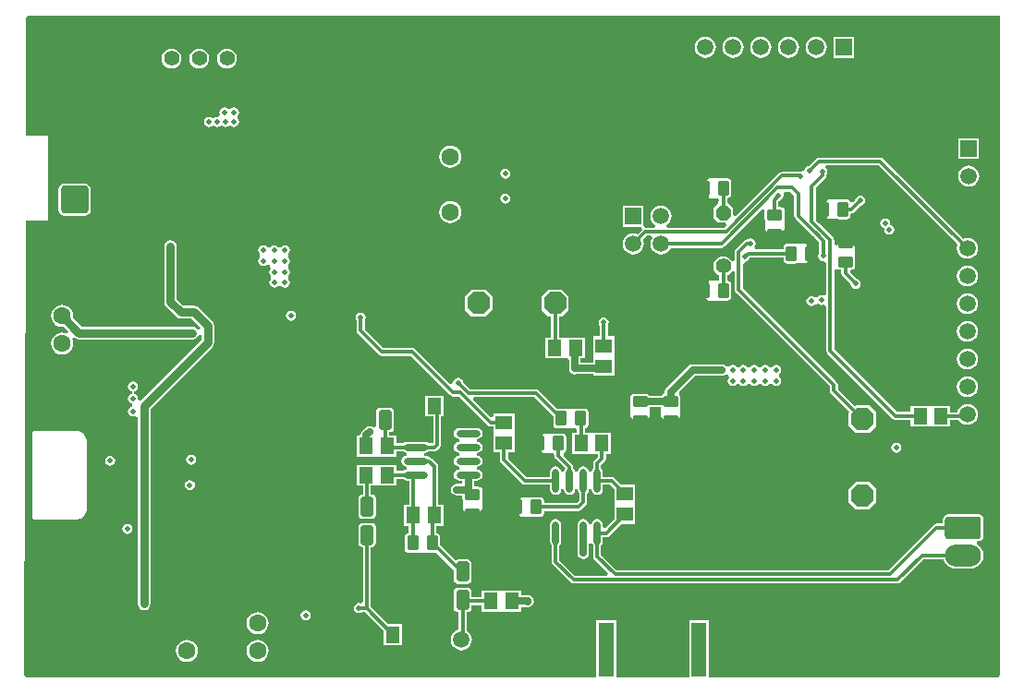
<source format=gbl>
G04 Layer_Physical_Order=4*
G04 Layer_Color=16711680*
%FSLAX25Y25*%
%MOIN*%
G70*
G01*
G75*
%ADD12R,0.05906X0.05118*%
%ADD13R,0.05118X0.05906*%
%ADD17O,0.13000X0.08000*%
G04:AMPARAMS|DCode=18|XSize=130mil|YSize=80mil|CornerRadius=10mil|HoleSize=0mil|Usage=FLASHONLY|Rotation=0.000|XOffset=0mil|YOffset=0mil|HoleType=Round|Shape=RoundedRectangle|*
%AMROUNDEDRECTD18*
21,1,0.13000,0.06000,0,0,0.0*
21,1,0.11000,0.08000,0,0,0.0*
1,1,0.02000,0.05500,-0.03000*
1,1,0.02000,-0.05500,-0.03000*
1,1,0.02000,-0.05500,0.03000*
1,1,0.02000,0.05500,0.03000*
%
%ADD18ROUNDEDRECTD18*%
%ADD19R,0.05512X0.19685*%
G04:AMPARAMS|DCode=23|XSize=70.87mil|YSize=47.24mil|CornerRadius=5.91mil|HoleSize=0mil|Usage=FLASHONLY|Rotation=90.000|XOffset=0mil|YOffset=0mil|HoleType=Round|Shape=RoundedRectangle|*
%AMROUNDEDRECTD23*
21,1,0.07087,0.03543,0,0,90.0*
21,1,0.05906,0.04724,0,0,90.0*
1,1,0.01181,0.01772,0.02953*
1,1,0.01181,0.01772,-0.02953*
1,1,0.01181,-0.01772,-0.02953*
1,1,0.01181,-0.01772,0.02953*
%
%ADD23ROUNDEDRECTD23*%
G04:AMPARAMS|DCode=31|XSize=55.12mil|YSize=39.37mil|CornerRadius=4.92mil|HoleSize=0mil|Usage=FLASHONLY|Rotation=90.000|XOffset=0mil|YOffset=0mil|HoleType=Round|Shape=RoundedRectangle|*
%AMROUNDEDRECTD31*
21,1,0.05512,0.02953,0,0,90.0*
21,1,0.04528,0.03937,0,0,90.0*
1,1,0.00984,0.01476,0.02264*
1,1,0.00984,0.01476,-0.02264*
1,1,0.00984,-0.01476,-0.02264*
1,1,0.00984,-0.01476,0.02264*
%
%ADD31ROUNDEDRECTD31*%
%ADD34C,0.01200*%
%ADD36C,0.02953*%
%ADD37C,0.02500*%
%ADD42P,0.05966X8X292.5*%
%ADD43C,0.05512*%
%ADD44C,0.11024*%
%ADD45C,0.06299*%
%ADD46R,0.05906X0.05906*%
%ADD47C,0.05906*%
%ADD48P,0.08949X8X112.5*%
%ADD49P,0.08949X8X22.5*%
%ADD50R,0.05906X0.05906*%
G04:AMPARAMS|DCode=51|XSize=100mil|YSize=100mil|CornerRadius=12.5mil|HoleSize=0mil|Usage=FLASHONLY|Rotation=0.000|XOffset=0mil|YOffset=0mil|HoleType=Round|Shape=RoundedRectangle|*
%AMROUNDEDRECTD51*
21,1,0.10000,0.07500,0,0,0.0*
21,1,0.07500,0.10000,0,0,0.0*
1,1,0.02500,0.03750,-0.03750*
1,1,0.02500,-0.03750,-0.03750*
1,1,0.02500,-0.03750,0.03750*
1,1,0.02500,0.03750,0.03750*
%
%ADD51ROUNDEDRECTD51*%
%ADD52C,0.10000*%
G04:AMPARAMS|DCode=53|XSize=94.49mil|YSize=62.99mil|CornerRadius=15.75mil|HoleSize=0mil|Usage=FLASHONLY|Rotation=0.000|XOffset=0mil|YOffset=0mil|HoleType=Round|Shape=RoundedRectangle|*
%AMROUNDEDRECTD53*
21,1,0.09449,0.03150,0,0,0.0*
21,1,0.06299,0.06299,0,0,0.0*
1,1,0.03150,0.03150,-0.01575*
1,1,0.03150,-0.03150,-0.01575*
1,1,0.03150,-0.03150,0.01575*
1,1,0.03150,0.03150,0.01575*
%
%ADD53ROUNDEDRECTD53*%
%ADD54C,0.06000*%
G04:AMPARAMS|DCode=55|XSize=60mil|YSize=60mil|CornerRadius=7.5mil|HoleSize=0mil|Usage=FLASHONLY|Rotation=0.000|XOffset=0mil|YOffset=0mil|HoleType=Round|Shape=RoundedRectangle|*
%AMROUNDEDRECTD55*
21,1,0.06000,0.04500,0,0,0.0*
21,1,0.04500,0.06000,0,0,0.0*
1,1,0.01500,0.02250,-0.02250*
1,1,0.01500,-0.02250,-0.02250*
1,1,0.01500,-0.02250,0.02250*
1,1,0.01500,0.02250,0.02250*
%
%ADD55ROUNDEDRECTD55*%
%ADD56C,0.01969*%
%ADD57C,0.15748*%
G04:AMPARAMS|DCode=68|XSize=55.12mil|YSize=39.37mil|CornerRadius=4.92mil|HoleSize=0mil|Usage=FLASHONLY|Rotation=0.000|XOffset=0mil|YOffset=0mil|HoleType=Round|Shape=RoundedRectangle|*
%AMROUNDEDRECTD68*
21,1,0.05512,0.02953,0,0,0.0*
21,1,0.04528,0.03937,0,0,0.0*
1,1,0.00984,0.02264,-0.01476*
1,1,0.00984,-0.02264,-0.01476*
1,1,0.00984,-0.02264,0.01476*
1,1,0.00984,0.02264,0.01476*
%
%ADD68ROUNDEDRECTD68*%
%ADD69O,0.08661X0.02362*%
%ADD70O,0.02362X0.08661*%
G36*
X450800Y204900D02*
X450386Y203900D01*
X345788D01*
Y224485D01*
X338676D01*
Y203900D01*
X312324D01*
Y224485D01*
X305212D01*
Y203900D01*
X99608D01*
X98902Y204608D01*
X99300Y369000D01*
X107500Y369000D01*
Y399500D01*
X99374D01*
X99301Y442092D01*
X100008Y442800D01*
X450800D01*
Y204900D01*
D02*
G37*
%LPC*%
G36*
X398253Y435253D02*
X390747D01*
Y427747D01*
X398253D01*
Y435253D01*
D02*
G37*
G36*
X384500Y435285D02*
X383520Y435156D01*
X382607Y434778D01*
X381823Y434176D01*
X381222Y433393D01*
X380844Y432480D01*
X380715Y431500D01*
X380844Y430520D01*
X381222Y429607D01*
X381823Y428824D01*
X382607Y428222D01*
X383520Y427844D01*
X384500Y427715D01*
X385480Y427844D01*
X386393Y428222D01*
X387176Y428824D01*
X387778Y429607D01*
X388156Y430520D01*
X388285Y431500D01*
X388156Y432480D01*
X387778Y433393D01*
X387176Y434176D01*
X386393Y434778D01*
X385480Y435156D01*
X384500Y435285D01*
D02*
G37*
G36*
X374500D02*
X373520Y435156D01*
X372607Y434778D01*
X371824Y434176D01*
X371222Y433393D01*
X370844Y432480D01*
X370715Y431500D01*
X370844Y430520D01*
X371222Y429607D01*
X371824Y428824D01*
X372607Y428222D01*
X373520Y427844D01*
X374500Y427715D01*
X375480Y427844D01*
X376393Y428222D01*
X377176Y428824D01*
X377778Y429607D01*
X378156Y430520D01*
X378285Y431500D01*
X378156Y432480D01*
X377778Y433393D01*
X377176Y434176D01*
X376393Y434778D01*
X375480Y435156D01*
X374500Y435285D01*
D02*
G37*
G36*
X364500D02*
X363520Y435156D01*
X362607Y434778D01*
X361824Y434176D01*
X361222Y433393D01*
X360844Y432480D01*
X360715Y431500D01*
X360844Y430520D01*
X361222Y429607D01*
X361824Y428824D01*
X362607Y428222D01*
X363520Y427844D01*
X364500Y427715D01*
X365480Y427844D01*
X366393Y428222D01*
X367177Y428824D01*
X367778Y429607D01*
X368156Y430520D01*
X368285Y431500D01*
X368156Y432480D01*
X367778Y433393D01*
X367177Y434176D01*
X366393Y434778D01*
X365480Y435156D01*
X364500Y435285D01*
D02*
G37*
G36*
X354500D02*
X353520Y435156D01*
X352607Y434778D01*
X351823Y434176D01*
X351222Y433393D01*
X350844Y432480D01*
X350715Y431500D01*
X350844Y430520D01*
X351222Y429607D01*
X351823Y428824D01*
X352607Y428222D01*
X353520Y427844D01*
X354500Y427715D01*
X355480Y427844D01*
X356393Y428222D01*
X357176Y428824D01*
X357778Y429607D01*
X358156Y430520D01*
X358285Y431500D01*
X358156Y432480D01*
X357778Y433393D01*
X357176Y434176D01*
X356393Y434778D01*
X355480Y435156D01*
X354500Y435285D01*
D02*
G37*
G36*
X344500D02*
X343520Y435156D01*
X342607Y434778D01*
X341824Y434176D01*
X341222Y433393D01*
X340844Y432480D01*
X340715Y431500D01*
X340844Y430520D01*
X341222Y429607D01*
X341824Y428824D01*
X342607Y428222D01*
X343520Y427844D01*
X344500Y427715D01*
X345480Y427844D01*
X346393Y428222D01*
X347177Y428824D01*
X347778Y429607D01*
X348156Y430520D01*
X348285Y431500D01*
X348156Y432480D01*
X347778Y433393D01*
X347177Y434176D01*
X346393Y434778D01*
X345480Y435156D01*
X344500Y435285D01*
D02*
G37*
G36*
X172000Y431087D02*
X171072Y430964D01*
X170207Y430606D01*
X169464Y430036D01*
X168894Y429293D01*
X168536Y428428D01*
X168413Y427500D01*
X168536Y426572D01*
X168894Y425707D01*
X169464Y424964D01*
X170207Y424394D01*
X171072Y424036D01*
X172000Y423913D01*
X172928Y424036D01*
X173793Y424394D01*
X174536Y424964D01*
X175106Y425707D01*
X175464Y426572D01*
X175587Y427500D01*
X175464Y428428D01*
X175106Y429293D01*
X174536Y430036D01*
X173793Y430606D01*
X172928Y430964D01*
X172000Y431087D01*
D02*
G37*
G36*
X162000D02*
X161072Y430964D01*
X160207Y430606D01*
X159464Y430036D01*
X158894Y429293D01*
X158536Y428428D01*
X158413Y427500D01*
X158536Y426572D01*
X158894Y425707D01*
X159464Y424964D01*
X160207Y424394D01*
X161072Y424036D01*
X162000Y423913D01*
X162928Y424036D01*
X163793Y424394D01*
X164536Y424964D01*
X165106Y425707D01*
X165464Y426572D01*
X165587Y427500D01*
X165464Y428428D01*
X165106Y429293D01*
X164536Y430036D01*
X163793Y430606D01*
X162928Y430964D01*
X162000Y431087D01*
D02*
G37*
G36*
X152000D02*
X151072Y430964D01*
X150207Y430606D01*
X149464Y430036D01*
X148894Y429293D01*
X148536Y428428D01*
X148413Y427500D01*
X148536Y426572D01*
X148894Y425707D01*
X149464Y424964D01*
X150207Y424394D01*
X151072Y424036D01*
X152000Y423913D01*
X152928Y424036D01*
X153793Y424394D01*
X154536Y424964D01*
X155106Y425707D01*
X155464Y426572D01*
X155587Y427500D01*
X155464Y428428D01*
X155106Y429293D01*
X154536Y430036D01*
X153793Y430606D01*
X152928Y430964D01*
X152000Y431087D01*
D02*
G37*
G36*
X174500Y409819D02*
X173804Y409681D01*
X173214Y409286D01*
X172286D01*
X171696Y409681D01*
X171000Y409819D01*
X170304Y409681D01*
X169714Y409286D01*
X169319Y408696D01*
X169181Y408000D01*
X169319Y407304D01*
X169433Y407134D01*
X168816Y406256D01*
X168500Y406319D01*
X167804Y406181D01*
X167750Y406145D01*
X167000Y405866D01*
X166250Y406145D01*
X166196Y406181D01*
X165500Y406319D01*
X164804Y406181D01*
X164214Y405786D01*
X163819Y405196D01*
X163681Y404500D01*
X163819Y403804D01*
X164214Y403214D01*
X164804Y402819D01*
X165500Y402681D01*
X166196Y402819D01*
X166250Y402855D01*
X167000Y403134D01*
X167750Y402855D01*
X167804Y402819D01*
X168500Y402681D01*
X169196Y402819D01*
X169250Y402855D01*
X170000Y403134D01*
X170750Y402855D01*
X170804Y402819D01*
X171500Y402681D01*
X172196Y402819D01*
X172250Y402855D01*
X173000Y403134D01*
X173750Y402855D01*
X173804Y402819D01*
X174500Y402681D01*
X175196Y402819D01*
X175786Y403214D01*
X176181Y403804D01*
X176319Y404500D01*
X176181Y405196D01*
X175786Y405786D01*
Y406714D01*
X176181Y407304D01*
X176319Y408000D01*
X176181Y408696D01*
X175786Y409286D01*
X175196Y409681D01*
X174500Y409819D01*
D02*
G37*
G36*
X407600Y391727D02*
X407600Y391727D01*
X385400D01*
X385400Y391727D01*
X384854Y391619D01*
X384391Y391309D01*
X384391Y391309D01*
X381751Y388670D01*
X381304Y388581D01*
X380714Y388186D01*
X380319Y387596D01*
X380267Y387335D01*
X379795Y386804D01*
X379209Y386658D01*
X378900Y386719D01*
X378204Y386581D01*
X378124Y386527D01*
X372200D01*
X371654Y386419D01*
X371191Y386109D01*
X371191Y386109D01*
X355556Y370475D01*
X354556Y370889D01*
Y373484D01*
X352778Y375262D01*
X352427D01*
Y377019D01*
X352520D01*
X353024Y377119D01*
X353451Y377405D01*
X353737Y377832D01*
X353837Y378336D01*
Y382864D01*
X353737Y383368D01*
X353451Y383795D01*
X353024Y384081D01*
X352520Y384181D01*
X349567D01*
X349371Y384142D01*
X349370Y384143D01*
X345630D01*
X344843Y383356D01*
Y377844D01*
X345630Y377057D01*
X349005D01*
X349498Y376110D01*
X349234Y375262D01*
X349222D01*
X347444Y373484D01*
Y369928D01*
X349222Y368150D01*
X351817D01*
X352232Y367150D01*
X351409Y366327D01*
X330805D01*
X330577Y366821D01*
X330530Y367327D01*
X331176Y367824D01*
X331778Y368607D01*
X332156Y369520D01*
X332285Y370500D01*
X332156Y371480D01*
X331778Y372393D01*
X331176Y373177D01*
X330393Y373778D01*
X329480Y374156D01*
X328500Y374285D01*
X327520Y374156D01*
X326607Y373778D01*
X325823Y373177D01*
X325222Y372393D01*
X324844Y371480D01*
X324715Y370500D01*
X324844Y369520D01*
X325222Y368607D01*
X325823Y367824D01*
X326470Y367327D01*
X326423Y366821D01*
X326195Y366327D01*
X323079D01*
X322795Y366472D01*
X322253Y367218D01*
Y374253D01*
X314747D01*
Y366747D01*
X321345D01*
X321583Y366381D01*
X321728Y365747D01*
X319945Y363964D01*
X319480Y364156D01*
X318500Y364285D01*
X317520Y364156D01*
X316607Y363778D01*
X315824Y363176D01*
X315222Y362393D01*
X314844Y361480D01*
X314715Y360500D01*
X314844Y359520D01*
X315222Y358607D01*
X315824Y357823D01*
X316607Y357222D01*
X317520Y356844D01*
X318500Y356715D01*
X319480Y356844D01*
X320393Y357222D01*
X321177Y357823D01*
X321778Y358607D01*
X322156Y359520D01*
X322285Y360500D01*
X322156Y361480D01*
X321964Y361945D01*
X323491Y363473D01*
X324790D01*
X325283Y362473D01*
X325222Y362393D01*
X324844Y361480D01*
X324715Y360500D01*
X324844Y359520D01*
X325222Y358607D01*
X325823Y357823D01*
X326607Y357222D01*
X327520Y356844D01*
X328500Y356715D01*
X329480Y356844D01*
X330393Y357222D01*
X331176Y357823D01*
X331778Y358607D01*
X331971Y359073D01*
X350287D01*
X350287Y359073D01*
X350833Y359181D01*
X351296Y359491D01*
X365066Y373260D01*
X365963Y372743D01*
X365919Y372520D01*
Y369567D01*
X365958Y369371D01*
X365957Y369370D01*
Y365630D01*
X366744Y364843D01*
X372256D01*
X373043Y365630D01*
Y369370D01*
X373042Y369371D01*
X373081Y369567D01*
Y372520D01*
X372981Y373024D01*
X372695Y373451D01*
X372268Y373737D01*
X371764Y373837D01*
X370927D01*
Y375809D01*
X371149Y376030D01*
X371596Y376119D01*
X372186Y376514D01*
X372581Y377104D01*
X372719Y377800D01*
X372605Y378373D01*
X372691Y378652D01*
X373198Y379373D01*
X375109D01*
X376573Y377909D01*
Y370713D01*
X376573Y370713D01*
X376681Y370167D01*
X376991Y369704D01*
X382627Y364067D01*
X382627Y364067D01*
X382668Y364040D01*
X384214Y362494D01*
X384267Y362414D01*
X385573Y361109D01*
Y357175D01*
X385319Y356796D01*
X385181Y356100D01*
X385319Y355404D01*
X385714Y354814D01*
X386304Y354419D01*
X387000Y354281D01*
X387173Y354315D01*
X388173Y353626D01*
Y342364D01*
X387173Y341830D01*
X387096Y341881D01*
X386400Y342019D01*
X385704Y341881D01*
X385114Y341486D01*
X385018Y341343D01*
X384084Y341111D01*
X383813Y341202D01*
X383396Y341481D01*
X382700Y341619D01*
X382004Y341481D01*
X381414Y341086D01*
X381019Y340496D01*
X380881Y339800D01*
X381019Y339104D01*
X381414Y338514D01*
X382004Y338119D01*
X382700Y337981D01*
X383396Y338119D01*
X383986Y338514D01*
X384082Y338657D01*
X385016Y338889D01*
X385287Y338798D01*
X385704Y338519D01*
X386400Y338381D01*
X387096Y338519D01*
X387173Y338570D01*
X388173Y338036D01*
Y322000D01*
X388173Y322000D01*
X388281Y321454D01*
X388591Y320991D01*
X412191Y297391D01*
X412654Y297081D01*
X413200Y296973D01*
X413200Y296973D01*
X415100D01*
X415200Y296992D01*
X415300Y296973D01*
X418601D01*
Y294447D01*
X425081D01*
X425319Y294447D01*
X426081D01*
X426319Y294447D01*
X432799D01*
Y296773D01*
X435902D01*
X436323Y296223D01*
X437107Y295622D01*
X438020Y295244D01*
X439000Y295115D01*
X439980Y295244D01*
X440893Y295622D01*
X441677Y296223D01*
X442278Y297007D01*
X442656Y297920D01*
X442785Y298900D01*
X442656Y299880D01*
X442278Y300793D01*
X441677Y301576D01*
X440893Y302178D01*
X439980Y302556D01*
X439000Y302685D01*
X438020Y302556D01*
X437107Y302178D01*
X436323Y301576D01*
X435722Y300793D01*
X435344Y299880D01*
X435311Y299627D01*
X432799D01*
Y301953D01*
X426319D01*
X426081Y301953D01*
X425319D01*
X425081Y301953D01*
X418601D01*
Y299827D01*
X415300D01*
X415200Y299808D01*
X415100Y299827D01*
X413791D01*
X391027Y322591D01*
Y350957D01*
X391252Y351128D01*
X392027Y351400D01*
X392232Y351263D01*
X392736Y351163D01*
X393573D01*
Y349800D01*
X393573Y349800D01*
X393681Y349254D01*
X393991Y348791D01*
X396930Y345851D01*
X397019Y345404D01*
X397414Y344814D01*
X398004Y344419D01*
X398700Y344281D01*
X399396Y344419D01*
X399986Y344814D01*
X400381Y345404D01*
X400519Y346100D01*
X400381Y346796D01*
X399986Y347386D01*
X399396Y347781D01*
X398949Y347870D01*
X396656Y350163D01*
X396979Y351163D01*
X397264D01*
X397768Y351263D01*
X398195Y351549D01*
X398481Y351976D01*
X398581Y352480D01*
Y355433D01*
X398542Y355629D01*
X398543Y355630D01*
Y359370D01*
X397756Y360157D01*
X392244D01*
X392027Y359941D01*
X391027Y360355D01*
Y361813D01*
X391027Y361813D01*
X390919Y362360D01*
X390609Y362823D01*
X385446Y367986D01*
X385406Y368013D01*
X384327Y369091D01*
Y380809D01*
X387709Y384191D01*
X387709Y384191D01*
X388019Y384654D01*
X388127Y385200D01*
X388127Y385200D01*
Y385425D01*
X388381Y385804D01*
X388519Y386500D01*
X388381Y387196D01*
X387986Y387786D01*
X387857Y387873D01*
X388161Y388873D01*
X407009D01*
X435536Y360345D01*
X435344Y359880D01*
X435215Y358900D01*
X435344Y357920D01*
X435722Y357007D01*
X436323Y356224D01*
X437107Y355622D01*
X438020Y355244D01*
X439000Y355115D01*
X439980Y355244D01*
X440893Y355622D01*
X441677Y356224D01*
X442278Y357007D01*
X442656Y357920D01*
X442785Y358900D01*
X442656Y359880D01*
X442278Y360793D01*
X441677Y361577D01*
X440893Y362178D01*
X439980Y362556D01*
X439000Y362685D01*
X438020Y362556D01*
X437555Y362364D01*
X408609Y391309D01*
X408146Y391619D01*
X407600Y391727D01*
D02*
G37*
G36*
X443253Y398753D02*
X435747D01*
Y391247D01*
X443253D01*
Y398753D01*
D02*
G37*
G36*
X252500Y395984D02*
X251469Y395848D01*
X250508Y395450D01*
X249683Y394817D01*
X249050Y393992D01*
X248652Y393031D01*
X248516Y392000D01*
X248652Y390969D01*
X249050Y390008D01*
X249683Y389183D01*
X250508Y388550D01*
X251469Y388152D01*
X252500Y388016D01*
X253531Y388152D01*
X254492Y388550D01*
X255317Y389183D01*
X255950Y390008D01*
X256348Y390969D01*
X256484Y392000D01*
X256348Y393031D01*
X255950Y393992D01*
X255317Y394817D01*
X254492Y395450D01*
X253531Y395848D01*
X252500Y395984D01*
D02*
G37*
G36*
X272300Y387719D02*
X271604Y387581D01*
X271014Y387186D01*
X270619Y386596D01*
X270481Y385900D01*
X270619Y385204D01*
X271014Y384614D01*
X271604Y384219D01*
X272300Y384081D01*
X272996Y384219D01*
X273586Y384614D01*
X273981Y385204D01*
X274119Y385900D01*
X273981Y386596D01*
X273586Y387186D01*
X272996Y387581D01*
X272300Y387719D01*
D02*
G37*
G36*
X439500Y388785D02*
X438520Y388656D01*
X437607Y388278D01*
X436824Y387677D01*
X436222Y386893D01*
X435844Y385980D01*
X435715Y385000D01*
X435844Y384020D01*
X436222Y383107D01*
X436824Y382324D01*
X437607Y381722D01*
X438520Y381344D01*
X439500Y381215D01*
X440480Y381344D01*
X441393Y381722D01*
X442176Y382324D01*
X442778Y383107D01*
X443156Y384020D01*
X443285Y385000D01*
X443156Y385980D01*
X442778Y386893D01*
X442176Y387677D01*
X441393Y388278D01*
X440480Y388656D01*
X439500Y388785D01*
D02*
G37*
G36*
X400300Y377919D02*
X399604Y377781D01*
X399014Y377386D01*
X398619Y376796D01*
X398530Y376349D01*
X397788Y375607D01*
X397046Y375721D01*
X396656Y375889D01*
X396451Y376195D01*
X396024Y376481D01*
X395520Y376581D01*
X392567D01*
X392371Y376542D01*
X392370Y376543D01*
X388630D01*
X387842Y375756D01*
Y370244D01*
X388630Y369457D01*
X392370D01*
X392371Y369458D01*
X392567Y369419D01*
X395520D01*
X396024Y369519D01*
X396451Y369805D01*
X396737Y370232D01*
X396831Y370708D01*
X397200Y371573D01*
X397746Y371681D01*
X398209Y371991D01*
X400549Y374330D01*
X400996Y374419D01*
X401586Y374814D01*
X401981Y375404D01*
X402119Y376100D01*
X401981Y376796D01*
X401586Y377386D01*
X400996Y377781D01*
X400300Y377919D01*
D02*
G37*
G36*
X272300Y378719D02*
X271604Y378581D01*
X271014Y378186D01*
X270619Y377596D01*
X270481Y376900D01*
X270619Y376204D01*
X271014Y375614D01*
X271604Y375219D01*
X272300Y375081D01*
X272996Y375219D01*
X273586Y375614D01*
X273981Y376204D01*
X274119Y376900D01*
X273981Y377596D01*
X273586Y378186D01*
X272996Y378581D01*
X272300Y378719D01*
D02*
G37*
G36*
X120750Y382340D02*
X113250D01*
X112450Y382181D01*
X111772Y381728D01*
X111319Y381050D01*
X111160Y380250D01*
Y372750D01*
X111319Y371950D01*
X111772Y371272D01*
X112450Y370819D01*
X113250Y370660D01*
X120750D01*
X121550Y370819D01*
X122228Y371272D01*
X122681Y371950D01*
X122840Y372750D01*
Y380250D01*
X122681Y381050D01*
X122228Y381728D01*
X121550Y382181D01*
X120750Y382340D01*
D02*
G37*
G36*
X252500Y375984D02*
X251469Y375848D01*
X250508Y375450D01*
X249683Y374817D01*
X249050Y373992D01*
X248652Y373031D01*
X248516Y372000D01*
X248652Y370969D01*
X249050Y370008D01*
X249683Y369183D01*
X250508Y368550D01*
X251469Y368152D01*
X252500Y368016D01*
X253531Y368152D01*
X254492Y368550D01*
X255317Y369183D01*
X255950Y370008D01*
X256348Y370969D01*
X256484Y372000D01*
X256348Y373031D01*
X255950Y373992D01*
X255317Y374817D01*
X254492Y375450D01*
X253531Y375848D01*
X252500Y375984D01*
D02*
G37*
G36*
X409400Y369719D02*
X408704Y369581D01*
X408114Y369186D01*
X407719Y368596D01*
X407581Y367900D01*
X407719Y367204D01*
X408114Y366614D01*
X408704Y366219D01*
X409185Y366124D01*
X409081Y365600D01*
X409219Y364904D01*
X409614Y364314D01*
X410204Y363919D01*
X410900Y363781D01*
X411596Y363919D01*
X412186Y364314D01*
X412581Y364904D01*
X412719Y365600D01*
X412581Y366296D01*
X412186Y366886D01*
X411596Y367281D01*
X411115Y367376D01*
X411219Y367900D01*
X411081Y368596D01*
X410686Y369186D01*
X410096Y369581D01*
X409400Y369719D01*
D02*
G37*
G36*
X360900Y362519D02*
X360204Y362381D01*
X359825Y362127D01*
X359500D01*
X359500Y362127D01*
X358954Y362019D01*
X358491Y361709D01*
X358491Y361709D01*
X355506Y358725D01*
X355197Y358262D01*
X355088Y357716D01*
X355088Y357716D01*
Y354529D01*
X354164Y354301D01*
X354088Y354310D01*
X353536Y355030D01*
X352793Y355600D01*
X351928Y355958D01*
X351000Y356080D01*
X350072Y355958D01*
X349207Y355600D01*
X348464Y355030D01*
X347894Y354287D01*
X347536Y353422D01*
X347413Y352494D01*
X347536Y351565D01*
X347894Y350700D01*
X348464Y349958D01*
X349207Y349388D01*
X349573Y349236D01*
Y348059D01*
X349370Y347143D01*
X345630D01*
X344843Y346356D01*
Y340844D01*
X345630Y340057D01*
X349370D01*
X349371Y340058D01*
X349567Y340019D01*
X352520D01*
X353024Y340119D01*
X353451Y340405D01*
X353737Y340832D01*
X353837Y341336D01*
Y345864D01*
X353737Y346368D01*
X353451Y346795D01*
X353024Y347081D01*
X352520Y347181D01*
X352427D01*
Y349236D01*
X352793Y349388D01*
X353536Y349958D01*
X354088Y350677D01*
X354164Y350686D01*
X355088Y350459D01*
Y344084D01*
X355088Y344084D01*
X355197Y343538D01*
X355506Y343075D01*
X389431Y309151D01*
Y307480D01*
X389431Y307480D01*
X389540Y306933D01*
X389849Y306470D01*
X396448Y299871D01*
X396224Y299646D01*
Y294713D01*
X398691Y292246D01*
X403625D01*
X406092Y294713D01*
Y299646D01*
X403625Y302113D01*
X398691D01*
X398467Y301889D01*
X392286Y308071D01*
Y309742D01*
X392286Y309742D01*
X392177Y310288D01*
X391868Y310751D01*
X391868Y310751D01*
X357943Y344675D01*
Y353132D01*
X358800Y353981D01*
X359496Y354119D01*
X360086Y354514D01*
X360481Y355104D01*
X360570Y355551D01*
X360670Y355651D01*
X372663D01*
Y354736D01*
X372763Y354232D01*
X373049Y353805D01*
X373476Y353519D01*
X373980Y353419D01*
X376933D01*
X377129Y353458D01*
X377130Y353457D01*
X380870D01*
X381658Y354244D01*
Y359756D01*
X380870Y360543D01*
X377130D01*
X377129Y360542D01*
X376933Y360581D01*
X373980D01*
X373476Y360481D01*
X373049Y360195D01*
X372763Y359768D01*
X372663Y359264D01*
Y358506D01*
X362628D01*
X362355Y359068D01*
X362248Y359506D01*
X362581Y360004D01*
X362719Y360700D01*
X362581Y361396D01*
X362186Y361986D01*
X361596Y362381D01*
X360900Y362519D01*
D02*
G37*
G36*
X192913Y360087D02*
X192217Y359949D01*
X191627Y359554D01*
X191515Y359387D01*
X190375D01*
X190263Y359554D01*
X189673Y359949D01*
X188977Y360087D01*
X188280Y359949D01*
X187690Y359554D01*
X187578Y359387D01*
X186438D01*
X186326Y359554D01*
X185736Y359949D01*
X185039Y360087D01*
X184343Y359949D01*
X183753Y359554D01*
X183359Y358964D01*
X183220Y358268D01*
X183359Y357572D01*
X183753Y356981D01*
X183921Y356870D01*
Y355729D01*
X183753Y355617D01*
X183359Y355027D01*
X183220Y354331D01*
X183359Y353635D01*
X183753Y353045D01*
X184343Y352650D01*
X185039Y352512D01*
X185736Y352650D01*
X186326Y353045D01*
X187312Y352873D01*
X187519Y352667D01*
X187690Y351680D01*
X187296Y351090D01*
X187157Y350394D01*
X187296Y349698D01*
X187690Y349108D01*
X187858Y348995D01*
Y347855D01*
X187690Y347743D01*
X187296Y347153D01*
X187157Y346457D01*
X187296Y345761D01*
X187690Y345170D01*
X188280Y344776D01*
X188977Y344638D01*
X189673Y344776D01*
X190263Y345170D01*
X190375Y345338D01*
X191515D01*
X191627Y345170D01*
X192217Y344776D01*
X192913Y344638D01*
X193610Y344776D01*
X194200Y345170D01*
X194594Y345761D01*
X194733Y346457D01*
X194594Y347153D01*
X194200Y347743D01*
X194032Y347855D01*
Y348995D01*
X194200Y349108D01*
X194594Y349698D01*
X194733Y350394D01*
X194594Y351090D01*
X194200Y351680D01*
X194032Y351792D01*
Y352933D01*
X194200Y353045D01*
X194594Y353635D01*
X194733Y354331D01*
X194594Y355027D01*
X194200Y355617D01*
X194032Y355729D01*
Y356870D01*
X194200Y356981D01*
X194594Y357572D01*
X194733Y358268D01*
X194594Y358964D01*
X194200Y359554D01*
X193610Y359949D01*
X192913Y360087D01*
D02*
G37*
G36*
X439000Y352685D02*
X438020Y352556D01*
X437107Y352178D01*
X436323Y351576D01*
X435722Y350793D01*
X435344Y349880D01*
X435215Y348900D01*
X435344Y347920D01*
X435722Y347007D01*
X436323Y346223D01*
X437107Y345622D01*
X438020Y345244D01*
X439000Y345115D01*
X439980Y345244D01*
X440893Y345622D01*
X441677Y346223D01*
X442278Y347007D01*
X442656Y347920D01*
X442785Y348900D01*
X442656Y349880D01*
X442278Y350793D01*
X441677Y351576D01*
X440893Y352178D01*
X439980Y352556D01*
X439000Y352685D01*
D02*
G37*
G36*
Y342685D02*
X438020Y342556D01*
X437107Y342178D01*
X436323Y341577D01*
X435722Y340793D01*
X435344Y339880D01*
X435215Y338900D01*
X435344Y337920D01*
X435722Y337007D01*
X436323Y336224D01*
X437107Y335622D01*
X438020Y335244D01*
X439000Y335115D01*
X439980Y335244D01*
X440893Y335622D01*
X441677Y336224D01*
X442278Y337007D01*
X442656Y337920D01*
X442785Y338900D01*
X442656Y339880D01*
X442278Y340793D01*
X441677Y341577D01*
X440893Y342178D01*
X439980Y342556D01*
X439000Y342685D01*
D02*
G37*
G36*
X265187Y344076D02*
X260254D01*
X257787Y341609D01*
Y336675D01*
X260254Y334208D01*
X265187D01*
X267654Y336675D01*
Y341609D01*
X265187Y344076D01*
D02*
G37*
G36*
X195000Y336319D02*
X194304Y336181D01*
X193714Y335786D01*
X193319Y335196D01*
X193181Y334500D01*
X193319Y333804D01*
X193714Y333214D01*
X194304Y332819D01*
X195000Y332681D01*
X195696Y332819D01*
X196286Y333214D01*
X196681Y333804D01*
X196819Y334500D01*
X196681Y335196D01*
X196286Y335786D01*
X195696Y336181D01*
X195000Y336319D01*
D02*
G37*
G36*
X151600Y361821D02*
X150712Y361644D01*
X149959Y361141D01*
X149456Y360388D01*
X149279Y359500D01*
Y339500D01*
X149456Y338612D01*
X149959Y337859D01*
X153659Y334159D01*
X154412Y333656D01*
X155300Y333479D01*
X159239D01*
X162517Y330201D01*
X162459Y329868D01*
X161406Y329645D01*
X161141Y330041D01*
X160388Y330544D01*
X159500Y330721D01*
X119561D01*
X116402Y333880D01*
X116484Y334500D01*
X116348Y335531D01*
X115950Y336492D01*
X115317Y337317D01*
X114492Y337950D01*
X113531Y338348D01*
X112500Y338484D01*
X111469Y338348D01*
X110508Y337950D01*
X109683Y337317D01*
X109050Y336492D01*
X108652Y335531D01*
X108516Y334500D01*
X108652Y333469D01*
X109050Y332508D01*
X109683Y331683D01*
X110508Y331050D01*
X111469Y330652D01*
X112500Y330516D01*
X113120Y330598D01*
X114822Y328896D01*
X114256Y328048D01*
X113531Y328348D01*
X112500Y328484D01*
X111469Y328348D01*
X110508Y327950D01*
X109683Y327317D01*
X109050Y326492D01*
X108652Y325531D01*
X108516Y324500D01*
X108652Y323469D01*
X109050Y322508D01*
X109683Y321683D01*
X110508Y321050D01*
X111469Y320652D01*
X112500Y320516D01*
X113531Y320652D01*
X114492Y321050D01*
X115317Y321683D01*
X115950Y322508D01*
X116348Y323469D01*
X116484Y324500D01*
X116348Y325531D01*
X116048Y326256D01*
X116896Y326822D01*
X116959Y326759D01*
X117712Y326256D01*
X118600Y326079D01*
X159500D01*
X160388Y326256D01*
X161141Y326759D01*
X161644Y327512D01*
X161679Y327686D01*
X162679Y327588D01*
Y325761D01*
X140695Y303777D01*
X139773Y304270D01*
X139819Y304500D01*
X139681Y305196D01*
X139286Y305786D01*
X138696Y306181D01*
X138397Y306240D01*
Y307260D01*
X138696Y307319D01*
X139286Y307714D01*
X139681Y308304D01*
X139819Y309000D01*
X139681Y309696D01*
X139286Y310286D01*
X138696Y310681D01*
X138000Y310819D01*
X137304Y310681D01*
X136714Y310286D01*
X136319Y309696D01*
X136181Y309000D01*
X136319Y308304D01*
X136714Y307714D01*
X137304Y307319D01*
X137603Y307260D01*
Y306240D01*
X137304Y306181D01*
X136714Y305786D01*
X136319Y305196D01*
X136181Y304500D01*
X136319Y303804D01*
X136714Y303214D01*
X137304Y302819D01*
X137603Y302760D01*
Y301740D01*
X137304Y301681D01*
X136714Y301286D01*
X136319Y300696D01*
X136181Y300000D01*
X136319Y299304D01*
X136714Y298714D01*
X137304Y298319D01*
X138000Y298181D01*
X138696Y298319D01*
X138779Y298375D01*
X139779Y297840D01*
Y230500D01*
X139956Y229612D01*
X140459Y228859D01*
X141212Y228356D01*
X142100Y228179D01*
X142988Y228356D01*
X143741Y228859D01*
X144244Y229612D01*
X144421Y230500D01*
Y300939D01*
X166641Y323159D01*
X167144Y323912D01*
X167321Y324800D01*
Y331000D01*
X167144Y331888D01*
X166641Y332641D01*
X161841Y337441D01*
X161088Y337944D01*
X160200Y338121D01*
X156261D01*
X153921Y340461D01*
Y359500D01*
X153744Y360388D01*
X153241Y361141D01*
X152488Y361644D01*
X151600Y361821D01*
D02*
G37*
G36*
X439000Y332685D02*
X438020Y332556D01*
X437107Y332178D01*
X436323Y331576D01*
X435722Y330793D01*
X435344Y329880D01*
X435215Y328900D01*
X435344Y327920D01*
X435722Y327007D01*
X436323Y326223D01*
X437107Y325622D01*
X438020Y325244D01*
X439000Y325115D01*
X439980Y325244D01*
X440893Y325622D01*
X441677Y326223D01*
X442278Y327007D01*
X442656Y327920D01*
X442785Y328900D01*
X442656Y329880D01*
X442278Y330793D01*
X441677Y331576D01*
X440893Y332178D01*
X439980Y332556D01*
X439000Y332685D01*
D02*
G37*
G36*
Y322685D02*
X438020Y322556D01*
X437107Y322178D01*
X436323Y321576D01*
X435722Y320793D01*
X435344Y319880D01*
X435215Y318900D01*
X435344Y317920D01*
X435722Y317007D01*
X436323Y316224D01*
X437107Y315622D01*
X438020Y315244D01*
X439000Y315115D01*
X439980Y315244D01*
X440893Y315622D01*
X441677Y316224D01*
X442278Y317007D01*
X442656Y317920D01*
X442785Y318900D01*
X442656Y319880D01*
X442278Y320793D01*
X441677Y321576D01*
X440893Y322178D01*
X439980Y322556D01*
X439000Y322685D01*
D02*
G37*
G36*
X292746Y344076D02*
X287813D01*
X285346Y341609D01*
Y336675D01*
X287813Y334208D01*
X288852D01*
Y326753D01*
X286901D01*
Y319247D01*
X293381D01*
X293619Y319247D01*
X294381D01*
X295310Y318533D01*
Y315500D01*
X295310Y315500D01*
X295469Y314700D01*
X295922Y314022D01*
X296600Y313569D01*
X297400Y313410D01*
X297903Y313510D01*
X304147D01*
Y312901D01*
X311653D01*
Y319381D01*
X311653Y319619D01*
Y320381D01*
X311653Y320619D01*
Y327099D01*
X309327D01*
Y331025D01*
X309581Y331404D01*
X309719Y332100D01*
X309581Y332796D01*
X309186Y333386D01*
X308596Y333781D01*
X307900Y333919D01*
X307204Y333781D01*
X306614Y333386D01*
X306219Y332796D01*
X306081Y332100D01*
X306219Y331404D01*
X306473Y331025D01*
Y327099D01*
X304147D01*
Y320619D01*
X304147Y320381D01*
Y319619D01*
X304147Y319381D01*
Y317690D01*
X299490D01*
Y319247D01*
X301099D01*
Y326753D01*
X294619D01*
X294381Y326753D01*
X293619D01*
X293381Y326753D01*
X291707D01*
Y334208D01*
X292746D01*
X295213Y336675D01*
Y341609D01*
X292746Y344076D01*
D02*
G37*
G36*
X350394Y317051D02*
X339961D01*
X339161Y316892D01*
X338483Y316439D01*
X330522Y308478D01*
X330069Y307800D01*
X329910Y307000D01*
X329300Y306250D01*
X329232Y306237D01*
X328805Y305951D01*
X328592Y305633D01*
X324408D01*
X324195Y305951D01*
X323768Y306237D01*
X323264Y306337D01*
X318736D01*
X318232Y306237D01*
X317805Y305951D01*
X317519Y305524D01*
X317419Y305020D01*
Y302067D01*
X317458Y301871D01*
X317457Y301870D01*
Y298130D01*
X318244Y297342D01*
X323756D01*
X324543Y298130D01*
Y301453D01*
X328457D01*
Y298130D01*
X329244Y297342D01*
X334756D01*
X335543Y298130D01*
Y301870D01*
X335542Y301871D01*
X335581Y302067D01*
Y305020D01*
X335481Y305524D01*
X335195Y305951D01*
X335074Y307118D01*
X340827Y312871D01*
X350394D01*
X351194Y313030D01*
X351872Y313483D01*
X352663Y313148D01*
X353045Y312310D01*
X352650Y311720D01*
X352512Y311024D01*
X352650Y310328D01*
X353045Y309737D01*
X353635Y309343D01*
X354331Y309205D01*
X355027Y309343D01*
X355617Y309737D01*
X355729Y309905D01*
X356870D01*
X356981Y309737D01*
X357572Y309343D01*
X358268Y309205D01*
X358964Y309343D01*
X359554Y309737D01*
X359666Y309905D01*
X360807D01*
X360918Y309737D01*
X361509Y309343D01*
X362205Y309205D01*
X362901Y309343D01*
X363491Y309737D01*
X363603Y309905D01*
X364744D01*
X364856Y309737D01*
X365446Y309343D01*
X366142Y309205D01*
X366838Y309343D01*
X367428Y309737D01*
X367540Y309905D01*
X368681D01*
X368793Y309737D01*
X369383Y309343D01*
X370079Y309205D01*
X370775Y309343D01*
X371365Y309737D01*
X371760Y310328D01*
X371898Y311024D01*
X371760Y311720D01*
X371365Y312310D01*
X371198Y312422D01*
Y313562D01*
X371365Y313674D01*
X371760Y314265D01*
X371898Y314961D01*
X371760Y315657D01*
X371365Y316247D01*
X370775Y316641D01*
X370079Y316780D01*
X369383Y316641D01*
X368793Y316247D01*
X368681Y316080D01*
X367540D01*
X367428Y316247D01*
X366838Y316641D01*
X366142Y316780D01*
X365446Y316641D01*
X364856Y316247D01*
X364744Y316080D01*
X363603D01*
X363491Y316247D01*
X362901Y316641D01*
X362205Y316780D01*
X361509Y316641D01*
X360918Y316247D01*
X360807Y316080D01*
X359666D01*
X359554Y316247D01*
X358964Y316641D01*
X358268Y316780D01*
X357572Y316641D01*
X356981Y316247D01*
X356870Y316080D01*
X355729D01*
X355617Y316247D01*
X355027Y316641D01*
X354331Y316780D01*
X353635Y316641D01*
X353154Y316320D01*
X353045Y316247D01*
X351921Y316366D01*
X351872Y316439D01*
X351194Y316892D01*
X350394Y317051D01*
D02*
G37*
G36*
X439000Y312685D02*
X438020Y312556D01*
X437107Y312178D01*
X436323Y311577D01*
X435722Y310793D01*
X435344Y309880D01*
X435215Y308900D01*
X435344Y307920D01*
X435722Y307007D01*
X436323Y306224D01*
X437107Y305622D01*
X438020Y305244D01*
X439000Y305115D01*
X439980Y305244D01*
X440893Y305622D01*
X441677Y306224D01*
X442278Y307007D01*
X442656Y307920D01*
X442785Y308900D01*
X442656Y309880D01*
X442278Y310793D01*
X441677Y311577D01*
X440893Y312178D01*
X439980Y312556D01*
X439000Y312685D01*
D02*
G37*
G36*
X250099Y305753D02*
X243381D01*
Y298247D01*
X246273D01*
Y288591D01*
X246109Y288427D01*
X244630D01*
X244629Y288428D01*
X243974Y288866D01*
X243201Y289020D01*
X236902D01*
X236129Y288866D01*
X235473Y288428D01*
X235473Y288427D01*
X233099D01*
Y291253D01*
X230427D01*
Y292511D01*
X230772D01*
X231314Y292619D01*
X231774Y292927D01*
X232082Y293387D01*
X232189Y293929D01*
Y299835D01*
X232082Y300377D01*
X231774Y300837D01*
X231314Y301145D01*
X230772Y301252D01*
X227228D01*
X226686Y301145D01*
X226226Y300837D01*
X225919Y300377D01*
X225811Y299835D01*
Y294482D01*
X225162Y294201D01*
X224811Y294123D01*
X224200Y294531D01*
X223400Y294690D01*
X222600Y294531D01*
X221922Y294078D01*
X220782Y292938D01*
X220329Y292260D01*
X220170Y291460D01*
X219197Y291253D01*
X218901D01*
Y283747D01*
X225381D01*
X225619Y283747D01*
X226381D01*
X226619Y283747D01*
X233099D01*
Y285573D01*
X235473D01*
X235473Y285572D01*
X236129Y285134D01*
X236902Y284980D01*
Y284020D01*
X236129Y283866D01*
X235473Y283428D01*
X235035Y282773D01*
X234882Y282000D01*
X235035Y281227D01*
X235473Y280572D01*
X236129Y280134D01*
X236902Y279980D01*
Y279020D01*
X236129Y278866D01*
X235473Y278428D01*
X235473Y278427D01*
X233099D01*
Y280753D01*
X226619D01*
X226381Y280753D01*
X225619D01*
X225381Y280753D01*
X218901D01*
Y273247D01*
X221073D01*
Y269989D01*
X220728D01*
X220186Y269881D01*
X219726Y269573D01*
X219419Y269113D01*
X219311Y268571D01*
Y262665D01*
X219419Y262123D01*
X219726Y261663D01*
X220186Y261355D01*
X220728Y261248D01*
X224272D01*
X224814Y261355D01*
X225274Y261663D01*
X225582Y262123D01*
X225689Y262665D01*
Y268571D01*
X225582Y269113D01*
X225274Y269573D01*
X224814Y269881D01*
X224272Y269989D01*
X223927D01*
Y273247D01*
X225381D01*
X225619Y273247D01*
X226381D01*
X226619Y273247D01*
X233099D01*
Y275573D01*
X235473D01*
X235473Y275572D01*
X236129Y275134D01*
X236902Y274980D01*
X237832D01*
Y266253D01*
X235901D01*
Y258747D01*
X237529D01*
Y256081D01*
X237480D01*
X236976Y255981D01*
X236549Y255695D01*
X236263Y255268D01*
X236163Y254764D01*
Y250236D01*
X236263Y249732D01*
X236549Y249305D01*
X236976Y249019D01*
X237480Y248919D01*
X240433D01*
X240629Y248958D01*
X240630Y248957D01*
X244370D01*
X244371Y248958D01*
X244567Y248919D01*
X247520D01*
X247591Y248933D01*
X253811Y242714D01*
Y239165D01*
X253919Y238623D01*
X254226Y238163D01*
X254686Y237856D01*
X255228Y237748D01*
X258772D01*
X259314Y237856D01*
X259774Y238163D01*
X260082Y238623D01*
X260189Y239165D01*
Y245071D01*
X260082Y245613D01*
X259774Y246073D01*
X259314Y246381D01*
X258772Y246489D01*
X255228D01*
X254686Y246381D01*
X254383Y246179D01*
X248837Y251725D01*
Y254764D01*
X248737Y255268D01*
X248451Y255695D01*
X248024Y255981D01*
X247520Y256081D01*
X247471D01*
Y258747D01*
X250099D01*
Y266253D01*
X248168D01*
Y280160D01*
X248168Y280160D01*
X248059Y280706D01*
X247749Y281169D01*
X247749Y281169D01*
X245909Y283009D01*
X245446Y283319D01*
X244900Y283427D01*
X244900Y283427D01*
X244630D01*
X244629Y283428D01*
X243974Y283866D01*
X243201Y284020D01*
Y284980D01*
X243974Y285134D01*
X244629Y285572D01*
X244630Y285573D01*
X246700D01*
X246700Y285573D01*
X247246Y285681D01*
X247709Y285991D01*
X248709Y286991D01*
X248709Y286991D01*
X249019Y287454D01*
X249127Y288000D01*
Y298247D01*
X250099D01*
Y305753D01*
D02*
G37*
G36*
X413400Y288719D02*
X412704Y288581D01*
X412114Y288186D01*
X411719Y287596D01*
X411581Y286900D01*
X411719Y286204D01*
X412114Y285614D01*
X412704Y285219D01*
X413400Y285081D01*
X414096Y285219D01*
X414686Y285614D01*
X415081Y286204D01*
X415219Y286900D01*
X415081Y287596D01*
X414686Y288186D01*
X414096Y288581D01*
X413400Y288719D01*
D02*
G37*
G36*
X159000Y284319D02*
X158304Y284181D01*
X157714Y283786D01*
X157319Y283196D01*
X157181Y282500D01*
X157319Y281804D01*
X157714Y281214D01*
X158304Y280819D01*
X159000Y280681D01*
X159696Y280819D01*
X160286Y281214D01*
X160681Y281804D01*
X160819Y282500D01*
X160681Y283196D01*
X160286Y283786D01*
X159696Y284181D01*
X159000Y284319D01*
D02*
G37*
G36*
X129882Y283937D02*
X129186Y283799D01*
X128595Y283404D01*
X128201Y282814D01*
X128063Y282118D01*
X128201Y281422D01*
X128595Y280832D01*
X129186Y280437D01*
X129882Y280299D01*
X130578Y280437D01*
X131168Y280832D01*
X131563Y281422D01*
X131701Y282118D01*
X131563Y282814D01*
X131168Y283404D01*
X130578Y283799D01*
X129882Y283937D01*
D02*
G37*
G36*
X158600Y275219D02*
X157904Y275081D01*
X157314Y274686D01*
X156919Y274096D01*
X156781Y273400D01*
X156919Y272704D01*
X157314Y272114D01*
X157904Y271719D01*
X158600Y271581D01*
X159296Y271719D01*
X159886Y272114D01*
X160281Y272704D01*
X160419Y273400D01*
X160281Y274096D01*
X159886Y274686D01*
X159296Y275081D01*
X158600Y275219D01*
D02*
G37*
G36*
X403625Y274554D02*
X398691D01*
X396224Y272087D01*
Y267154D01*
X398691Y264687D01*
X403625D01*
X406092Y267154D01*
Y272087D01*
X403625Y274554D01*
D02*
G37*
G36*
X262098Y294020D02*
X255799D01*
X255026Y293866D01*
X254371Y293428D01*
X253933Y292773D01*
X253779Y292000D01*
X253933Y291227D01*
X254371Y290572D01*
X255026Y290134D01*
X255799Y289980D01*
Y289020D01*
X255026Y288866D01*
X254371Y288428D01*
X253933Y287773D01*
X253779Y287000D01*
X253933Y286227D01*
X254371Y285572D01*
X255026Y285134D01*
X255799Y284980D01*
Y284020D01*
X255026Y283866D01*
X254371Y283428D01*
X253933Y282773D01*
X253779Y282000D01*
X253933Y281227D01*
X254371Y280572D01*
X255026Y280134D01*
X255799Y279980D01*
Y279020D01*
X255026Y278866D01*
X254371Y278428D01*
X253933Y277773D01*
X253779Y277000D01*
X253933Y276227D01*
X254371Y275572D01*
X255026Y275134D01*
X255799Y274980D01*
X256859D01*
Y273790D01*
X254800D01*
X254000Y273631D01*
X253322Y273178D01*
X252869Y272500D01*
X252710Y271700D01*
X252869Y270900D01*
X253322Y270222D01*
X254000Y269769D01*
X254800Y269610D01*
X256919D01*
Y268567D01*
X256958Y268371D01*
X256957Y268370D01*
Y264630D01*
X257744Y263843D01*
X263256D01*
X264043Y264630D01*
Y268370D01*
X264042Y268371D01*
X264081Y268567D01*
Y271520D01*
X263981Y272024D01*
X263695Y272451D01*
X263268Y272737D01*
X262764Y272837D01*
X261039D01*
Y274980D01*
X262098D01*
X262871Y275134D01*
X263527Y275572D01*
X263965Y276227D01*
X264118Y277000D01*
X263965Y277773D01*
X263527Y278428D01*
X262871Y278866D01*
X262098Y279020D01*
Y279980D01*
X262871Y280134D01*
X263527Y280572D01*
X263965Y281227D01*
X264118Y282000D01*
X263965Y282773D01*
X263527Y283428D01*
X262871Y283866D01*
X262098Y284020D01*
Y284980D01*
X262871Y285134D01*
X263527Y285572D01*
X263965Y286227D01*
X264118Y287000D01*
X263965Y287773D01*
X263527Y288428D01*
X262871Y288866D01*
X262098Y289020D01*
Y289980D01*
X262871Y290134D01*
X263527Y290572D01*
X263965Y291227D01*
X264118Y292000D01*
X263965Y292773D01*
X263527Y293428D01*
X262871Y293866D01*
X262098Y294020D01*
D02*
G37*
G36*
X117757Y293068D02*
X102500D01*
X102227Y293014D01*
X101995Y292859D01*
X101841Y292627D01*
X101786Y292354D01*
Y261646D01*
X101841Y261373D01*
X101995Y261141D01*
X102227Y260986D01*
X102500Y260932D01*
X117757D01*
X117826Y260946D01*
X117896D01*
X118505Y261067D01*
X118570Y261094D01*
X118639Y261107D01*
X119212Y261345D01*
X119271Y261384D01*
X119335Y261411D01*
X119851Y261755D01*
X119901Y261805D01*
X119959Y261844D01*
X120398Y262283D01*
X120437Y262341D01*
X120487Y262391D01*
X120832Y262907D01*
X120859Y262972D01*
X120898Y263030D01*
X121135Y263603D01*
X121149Y263672D01*
X121176Y263737D01*
X121297Y264346D01*
Y264416D01*
X121310Y264485D01*
Y264795D01*
Y289205D01*
Y289515D01*
X121297Y289584D01*
Y289654D01*
X121176Y290263D01*
X121149Y290328D01*
X121135Y290396D01*
X120898Y290970D01*
X120859Y291028D01*
X120832Y291093D01*
X120487Y291609D01*
X120437Y291659D01*
X120398Y291717D01*
X119959Y292156D01*
X119901Y292195D01*
X119851Y292245D01*
X119335Y292589D01*
X119271Y292616D01*
X119212Y292655D01*
X118639Y292893D01*
X118570Y292906D01*
X118505Y292933D01*
X117896Y293054D01*
X117826D01*
X117757Y293068D01*
D02*
G37*
G36*
X220200Y335719D02*
X219504Y335581D01*
X218914Y335186D01*
X218519Y334596D01*
X218381Y333900D01*
X218519Y333204D01*
X218773Y332825D01*
Y329100D01*
X218773Y329100D01*
X218881Y328554D01*
X219191Y328091D01*
X226791Y320491D01*
X226791Y320491D01*
X227254Y320181D01*
X227800Y320073D01*
X238309D01*
X252591Y305791D01*
X252591Y305791D01*
X253054Y305481D01*
X253600Y305373D01*
X253600Y305373D01*
X255509D01*
X265950Y294931D01*
X265950Y294931D01*
X266414Y294621D01*
X266960Y294513D01*
X268147D01*
Y292819D01*
X268147Y292581D01*
Y291819D01*
X268147Y291581D01*
Y285101D01*
X270473D01*
Y282500D01*
X270473Y282500D01*
X270581Y281954D01*
X270891Y281491D01*
X278442Y273939D01*
X278442Y273939D01*
X278905Y273630D01*
X279451Y273521D01*
X279451Y273521D01*
X288480D01*
Y271799D01*
X288634Y271026D01*
X289072Y270371D01*
X289727Y269933D01*
X290500Y269779D01*
X291273Y269933D01*
X291928Y270371D01*
X292366Y271026D01*
X292520Y271799D01*
X293480D01*
X293634Y271026D01*
X294072Y270371D01*
X294727Y269933D01*
X295500Y269779D01*
X296273Y269933D01*
X296928Y270371D01*
X297366Y271026D01*
X297520Y271799D01*
X298480D01*
X298634Y271026D01*
X299072Y270371D01*
X299073Y270370D01*
Y267791D01*
X298209Y266927D01*
X286337D01*
Y267764D01*
X286237Y268268D01*
X285951Y268695D01*
X285524Y268981D01*
X285020Y269081D01*
X282067D01*
X281871Y269042D01*
X281870Y269043D01*
X278130D01*
X277343Y268256D01*
Y262744D01*
X278130Y261957D01*
X281870D01*
X281871Y261958D01*
X282067Y261919D01*
X285020D01*
X285524Y262019D01*
X285951Y262305D01*
X286237Y262732D01*
X286337Y263236D01*
Y264073D01*
X298800D01*
X298800Y264073D01*
X299346Y264181D01*
X299809Y264491D01*
X301509Y266191D01*
X301509Y266191D01*
X301819Y266654D01*
X301927Y267200D01*
Y270370D01*
X301928Y270371D01*
X302366Y271026D01*
X302520Y271799D01*
X303480D01*
X303634Y271026D01*
X304072Y270371D01*
X304727Y269933D01*
X305500Y269779D01*
X306273Y269933D01*
X306928Y270371D01*
X307366Y271026D01*
X307520Y271799D01*
Y273521D01*
X310200D01*
X311747Y271974D01*
Y267119D01*
X311747Y266881D01*
Y266119D01*
X311747Y265881D01*
Y261026D01*
X308520Y257799D01*
X307520Y258213D01*
Y259201D01*
X307366Y259974D01*
X306928Y260629D01*
X306273Y261067D01*
X305500Y261221D01*
X304727Y261067D01*
X304072Y260629D01*
X303634Y259974D01*
X303480Y259201D01*
X302520D01*
X302366Y259974D01*
X301928Y260629D01*
X301273Y261067D01*
X300500Y261221D01*
X299727Y261067D01*
X299072Y260629D01*
X298634Y259974D01*
X298480Y259201D01*
Y256404D01*
X298410Y256051D01*
Y248800D01*
X298569Y248000D01*
X299022Y247322D01*
X299700Y246869D01*
X300500Y246710D01*
X301300Y246869D01*
X301978Y247322D01*
X302431Y248000D01*
X302590Y248800D01*
Y252250D01*
X303590Y252348D01*
X303634Y252129D01*
X304072Y251473D01*
X304073Y251473D01*
Y247600D01*
X304073Y247600D01*
X304181Y247054D01*
X304491Y246591D01*
X309530Y241551D01*
X309147Y240627D01*
X297591D01*
X291927Y246291D01*
Y251473D01*
X291928Y251473D01*
X292366Y252129D01*
X292520Y252902D01*
Y259201D01*
X292366Y259974D01*
X291928Y260629D01*
X291273Y261067D01*
X290500Y261221D01*
X289727Y261067D01*
X289072Y260629D01*
X288634Y259974D01*
X288480Y259201D01*
Y252902D01*
X288634Y252129D01*
X289072Y251473D01*
X289073Y251473D01*
Y245700D01*
X289073Y245700D01*
X289181Y245154D01*
X289491Y244691D01*
X295991Y238191D01*
X295991Y238191D01*
X296454Y237881D01*
X297000Y237773D01*
X297000Y237773D01*
X413900D01*
X413900Y237773D01*
X414446Y237881D01*
X414909Y238191D01*
X423291Y246573D01*
X430396D01*
X430807Y245579D01*
X431577Y244577D01*
X432579Y243807D01*
X433747Y243323D01*
X435000Y243159D01*
X440000D01*
X441253Y243323D01*
X442421Y243807D01*
X443423Y244577D01*
X444193Y245579D01*
X444676Y246747D01*
X444841Y248000D01*
X444676Y249253D01*
X444193Y250421D01*
X443423Y251423D01*
X442457Y252165D01*
X442448Y252264D01*
X442728Y253165D01*
X443000D01*
X443702Y253304D01*
X444298Y253702D01*
X444696Y254298D01*
X444835Y255000D01*
Y261000D01*
X444696Y261702D01*
X444298Y262298D01*
X443702Y262696D01*
X443000Y262835D01*
X432000D01*
X431298Y262696D01*
X430702Y262298D01*
X430304Y261702D01*
X430165Y261000D01*
Y259427D01*
X427900D01*
X427900Y259427D01*
X427354Y259319D01*
X426891Y259009D01*
X426891Y259009D01*
X410409Y242527D01*
X312591D01*
X306927Y248191D01*
Y251473D01*
X306928Y251473D01*
X307366Y252129D01*
X307520Y252902D01*
Y254624D01*
X308791D01*
X308791Y254624D01*
X309338Y254732D01*
X309801Y255042D01*
X314160Y259401D01*
X319253D01*
Y265881D01*
X319253Y266119D01*
Y266881D01*
X319253Y267119D01*
Y273599D01*
X314160D01*
X311801Y275958D01*
X311338Y276268D01*
X310791Y276376D01*
X310791Y276376D01*
X307520D01*
Y278098D01*
X307366Y278871D01*
X306928Y279527D01*
X306927Y279527D01*
Y280609D01*
X308249Y281931D01*
X308249Y281931D01*
X308559Y282394D01*
X308668Y282940D01*
X308668Y282940D01*
Y284747D01*
X310599D01*
Y292253D01*
X304119D01*
X303881Y292253D01*
X303119D01*
X302881Y292253D01*
X301187D01*
Y293952D01*
X301524Y294019D01*
X301951Y294305D01*
X302237Y294732D01*
X302337Y295236D01*
Y299764D01*
X302237Y300268D01*
X301951Y300695D01*
X301524Y300981D01*
X301020Y301081D01*
X298067D01*
X297871Y301042D01*
X297870Y301043D01*
X294130D01*
X294129Y301042D01*
X293933Y301081D01*
X290980D01*
X290909Y301067D01*
X284366Y307609D01*
X283903Y307919D01*
X283357Y308027D01*
X283357Y308027D01*
X259691D01*
X257070Y310649D01*
X256981Y311096D01*
X256586Y311686D01*
X255996Y312081D01*
X255300Y312219D01*
X254604Y312081D01*
X254014Y311686D01*
X253619Y311096D01*
X253481Y310400D01*
X253493Y310340D01*
X252571Y309848D01*
X239909Y322509D01*
X239446Y322819D01*
X238900Y322927D01*
X238900Y322927D01*
X228391D01*
X221627Y329691D01*
Y332825D01*
X221881Y333204D01*
X222019Y333900D01*
X221881Y334596D01*
X221486Y335186D01*
X220896Y335581D01*
X220200Y335719D01*
D02*
G37*
G36*
X136063Y259382D02*
X135367Y259244D01*
X134777Y258849D01*
X134382Y258259D01*
X134244Y257563D01*
X134382Y256867D01*
X134777Y256277D01*
X135367Y255882D01*
X136063Y255744D01*
X136759Y255882D01*
X137349Y256277D01*
X137744Y256867D01*
X137882Y257563D01*
X137744Y258259D01*
X137349Y258849D01*
X136759Y259244D01*
X136063Y259382D01*
D02*
G37*
G36*
X224272Y259752D02*
X220728D01*
X220186Y259645D01*
X219726Y259337D01*
X219419Y258877D01*
X219311Y258335D01*
Y252429D01*
X219419Y251887D01*
X219726Y251427D01*
X220186Y251119D01*
X220728Y251011D01*
X221073D01*
Y231365D01*
X220798Y231122D01*
X220073Y230725D01*
X219600Y230819D01*
X218904Y230681D01*
X218314Y230286D01*
X217919Y229696D01*
X217781Y229000D01*
X217919Y228304D01*
X218314Y227714D01*
X218904Y227319D01*
X219600Y227181D01*
X220296Y227319D01*
X220675Y227573D01*
X221669D01*
X228501Y220740D01*
Y215647D01*
X235219D01*
Y223153D01*
X230126D01*
X223927Y229351D01*
Y251011D01*
X224272D01*
X224814Y251119D01*
X225274Y251427D01*
X225582Y251887D01*
X225689Y252429D01*
Y258335D01*
X225582Y258877D01*
X225274Y259337D01*
X224814Y259645D01*
X224272Y259752D01*
D02*
G37*
G36*
X258772Y236252D02*
X255228D01*
X254686Y236144D01*
X254226Y235837D01*
X253919Y235377D01*
X253811Y234835D01*
Y228929D01*
X253919Y228387D01*
X254226Y227927D01*
X254686Y227619D01*
X255228Y227511D01*
X255573D01*
Y221163D01*
X255520Y221156D01*
X254607Y220778D01*
X253823Y220177D01*
X253222Y219393D01*
X252844Y218480D01*
X252715Y217500D01*
X252844Y216520D01*
X253222Y215607D01*
X253823Y214824D01*
X254607Y214222D01*
X255520Y213844D01*
X256500Y213715D01*
X257480Y213844D01*
X258393Y214222D01*
X259176Y214824D01*
X259778Y215607D01*
X260156Y216520D01*
X260285Y217500D01*
X260156Y218480D01*
X259778Y219393D01*
X259176Y220177D01*
X258427Y220751D01*
Y227511D01*
X258772D01*
X259314Y227619D01*
X259774Y227927D01*
X260082Y228387D01*
X260189Y228929D01*
Y230073D01*
X263901D01*
Y227747D01*
X270381D01*
X270619Y227747D01*
X271381D01*
X271619Y227747D01*
X278099D01*
Y229410D01*
X280097D01*
X280600Y229310D01*
X281400Y229469D01*
X282078Y229922D01*
X282531Y230600D01*
X282690Y231400D01*
X282531Y232200D01*
X282078Y232878D01*
X281978Y232978D01*
X281300Y233431D01*
X280500Y233590D01*
X280500Y233590D01*
X278099D01*
Y235253D01*
X271619D01*
X271381Y235253D01*
X270619D01*
X270381Y235253D01*
X263901D01*
Y232927D01*
X260189D01*
Y234835D01*
X260082Y235377D01*
X259774Y235837D01*
X259314Y236144D01*
X258772Y236252D01*
D02*
G37*
G36*
X200400Y228219D02*
X199704Y228081D01*
X199114Y227686D01*
X198719Y227096D01*
X198581Y226400D01*
X198719Y225704D01*
X199114Y225114D01*
X199704Y224719D01*
X200400Y224581D01*
X201096Y224719D01*
X201686Y225114D01*
X202081Y225704D01*
X202219Y226400D01*
X202081Y227096D01*
X201686Y227686D01*
X201096Y228081D01*
X200400Y228219D01*
D02*
G37*
G36*
X183000Y227484D02*
X181969Y227348D01*
X181008Y226950D01*
X180183Y226317D01*
X179550Y225492D01*
X179152Y224531D01*
X179016Y223500D01*
X179152Y222469D01*
X179550Y221508D01*
X180183Y220683D01*
X181008Y220050D01*
X181969Y219652D01*
X183000Y219516D01*
X184031Y219652D01*
X184992Y220050D01*
X185817Y220683D01*
X186450Y221508D01*
X186848Y222469D01*
X186984Y223500D01*
X186848Y224531D01*
X186450Y225492D01*
X185817Y226317D01*
X184992Y226950D01*
X184031Y227348D01*
X183000Y227484D01*
D02*
G37*
G36*
Y217484D02*
X181969Y217348D01*
X181008Y216950D01*
X180183Y216317D01*
X179550Y215492D01*
X179152Y214531D01*
X179016Y213500D01*
X179152Y212469D01*
X179550Y211508D01*
X180183Y210683D01*
X181008Y210050D01*
X181969Y209652D01*
X183000Y209516D01*
X184031Y209652D01*
X184992Y210050D01*
X185817Y210683D01*
X186450Y211508D01*
X186848Y212469D01*
X186984Y213500D01*
X186848Y214531D01*
X186450Y215492D01*
X185817Y216317D01*
X184992Y216950D01*
X184031Y217348D01*
X183000Y217484D01*
D02*
G37*
G36*
X157500D02*
X156469Y217348D01*
X155508Y216950D01*
X154683Y216317D01*
X154050Y215492D01*
X153652Y214531D01*
X153516Y213500D01*
X153652Y212469D01*
X154050Y211508D01*
X154683Y210683D01*
X155508Y210050D01*
X156469Y209652D01*
X157500Y209516D01*
X158531Y209652D01*
X159492Y210050D01*
X160317Y210683D01*
X160950Y211508D01*
X161348Y212469D01*
X161484Y213500D01*
X161348Y214531D01*
X160950Y215492D01*
X160317Y216317D01*
X159492Y216950D01*
X158531Y217348D01*
X157500Y217484D01*
D02*
G37*
%LPD*%
G36*
X289663Y298275D02*
Y295236D01*
X289763Y294732D01*
X290049Y294305D01*
X290476Y294019D01*
X290980Y293919D01*
X293933D01*
X294129Y293958D01*
X294130Y293957D01*
X297653D01*
X298230Y293106D01*
X297980Y292253D01*
X296401D01*
Y284747D01*
X302881D01*
X303119Y284747D01*
X303881D01*
X304119Y284747D01*
X305813D01*
Y283531D01*
X304491Y282209D01*
X304181Y281746D01*
X304073Y281200D01*
X304073Y281200D01*
Y279527D01*
X304072Y279527D01*
X303634Y278871D01*
X303480Y278098D01*
X302520D01*
X302366Y278871D01*
X301928Y279527D01*
X301273Y279965D01*
X300500Y280118D01*
X299727Y279965D01*
X299072Y279527D01*
X298634Y278871D01*
X298480Y278098D01*
X297520D01*
X297366Y278871D01*
X296928Y279527D01*
X296927Y279527D01*
Y280000D01*
X296819Y280546D01*
X296509Y281009D01*
X296509Y281009D01*
X293520Y283999D01*
X293521Y284306D01*
X293758Y285175D01*
X293951Y285305D01*
X294237Y285732D01*
X294337Y286236D01*
Y290764D01*
X294237Y291268D01*
X293951Y291695D01*
X293524Y291981D01*
X293020Y292081D01*
X290067D01*
X289871Y292042D01*
X289870Y292043D01*
X286130D01*
X285343Y291256D01*
Y285744D01*
X286130Y284957D01*
X289870D01*
X290116Y284058D01*
Y283957D01*
X290116Y283957D01*
X290225Y283410D01*
X290534Y282947D01*
X294025Y279456D01*
X293634Y278871D01*
X293480Y278098D01*
X292520D01*
X292366Y278871D01*
X291928Y279527D01*
X291273Y279965D01*
X290500Y280118D01*
X289727Y279965D01*
X289072Y279527D01*
X288634Y278871D01*
X288480Y278098D01*
Y276376D01*
X280042D01*
X273327Y283091D01*
Y285101D01*
X275653D01*
Y291581D01*
X275653Y291819D01*
Y292581D01*
X275653Y292819D01*
Y299299D01*
X268147D01*
Y298186D01*
X267147Y297772D01*
X260670Y304249D01*
X261053Y305173D01*
X282765D01*
X289663Y298275D01*
D02*
G37*
D12*
X315500Y262760D02*
D03*
Y270240D02*
D03*
X307900Y323740D02*
D03*
Y316260D02*
D03*
X271900Y295940D02*
D03*
Y288460D02*
D03*
D13*
X222260Y277000D02*
D03*
X229740D02*
D03*
X229740Y287500D02*
D03*
X222260D02*
D03*
X239260Y302000D02*
D03*
X246740D02*
D03*
X267260Y231500D02*
D03*
X274740D02*
D03*
X290260Y323000D02*
D03*
X297740D02*
D03*
X307240Y288500D02*
D03*
X299760D02*
D03*
X239260Y262500D02*
D03*
X246740D02*
D03*
X421960Y298200D02*
D03*
X429440D02*
D03*
X239340Y219400D02*
D03*
X231860D02*
D03*
D17*
X437500Y248000D02*
D03*
D18*
Y258000D02*
D03*
D19*
X308768Y213843D02*
D03*
X342232D02*
D03*
D23*
X257000Y231882D02*
D03*
Y242118D02*
D03*
X229000Y296882D02*
D03*
Y307118D02*
D03*
X222500Y265618D02*
D03*
Y255382D02*
D03*
D31*
X394043Y373000D02*
D03*
X386957D02*
D03*
X375457Y357000D02*
D03*
X382543D02*
D03*
X351043Y380600D02*
D03*
X343957D02*
D03*
X351043Y343600D02*
D03*
X343957D02*
D03*
X299543Y297500D02*
D03*
X292457D02*
D03*
X276457Y265500D02*
D03*
X283543D02*
D03*
X291543Y288500D02*
D03*
X284457D02*
D03*
X238957Y252500D02*
D03*
X246043D02*
D03*
D34*
X358800Y355800D02*
X360079Y357079D01*
X356516Y357716D02*
X359500Y360700D01*
X356516Y344084D02*
X390858Y309742D01*
X356516Y344084D02*
Y357716D01*
X360079Y357079D02*
X375378D01*
X351000Y371706D02*
Y380557D01*
X351043Y380600D01*
X351000Y343643D02*
Y352494D01*
Y343643D02*
X351043Y343600D01*
X395000Y349800D02*
Y353957D01*
Y349800D02*
X398700Y346100D01*
X369500Y371043D02*
Y376400D01*
X370900Y377800D01*
X382000Y386900D02*
X385400Y390300D01*
X407600D01*
X439000Y358900D01*
X415300Y298400D02*
X421960D01*
X429440Y298200D02*
X438300D01*
X439000Y298900D01*
X318500Y360500D02*
X322900Y364900D01*
X352000D01*
X372200Y385100D01*
X378800D01*
X328500Y360500D02*
X350287D01*
X370587Y380800D01*
X375700D01*
X390858Y307480D02*
Y309742D01*
X359500Y360700D02*
X360900D01*
X389600Y322000D02*
X413200Y298400D01*
X415100D01*
X390858Y307480D02*
X401158Y297180D01*
X229000Y288240D02*
Y296882D01*
Y288240D02*
X229740Y287500D01*
X230240Y287000D02*
X240051D01*
X229740Y287500D02*
X230240Y287000D01*
X240051D02*
X246700D01*
X247700Y288000D01*
Y301040D01*
X246740Y302000D02*
X247700Y301040D01*
X229740Y277000D02*
X240051D01*
X239260Y262500D02*
Y276209D01*
X240051Y277000D01*
X238957Y252500D02*
Y262197D01*
X239260Y262500D01*
X246043Y252500D02*
Y261803D01*
X246740Y262500D01*
Y280160D01*
X244900Y282000D02*
X246740Y280160D01*
X240051Y282000D02*
X244900D01*
X246043Y252500D02*
X256425Y242118D01*
X257000D01*
X257382Y231500D02*
X267260D01*
X257000Y231882D02*
X257382Y231500D01*
X257000Y218000D02*
Y231882D01*
X256500Y217500D02*
X257000Y218000D01*
X222500Y228760D02*
Y255382D01*
Y228760D02*
X231860Y219400D01*
X219600Y229000D02*
X222260D01*
X222500Y228760D01*
Y265618D02*
Y276760D01*
X222260Y277000D02*
X222500Y276760D01*
X295500Y274949D02*
Y280000D01*
X291543Y283957D02*
X295500Y280000D01*
X291543Y283957D02*
Y288500D01*
X299760D02*
Y297284D01*
X299543Y297500D02*
X299760Y297284D01*
X305500Y274949D02*
Y281200D01*
X307240Y282940D01*
Y288500D01*
X310791Y274949D02*
X315500Y270240D01*
X305500Y274949D02*
X310791D01*
X308791Y256051D02*
X315500Y262760D01*
X305500Y256051D02*
X308791D01*
X290500Y245700D02*
Y256051D01*
Y245700D02*
X297000Y239200D01*
X413900D01*
X422700Y248000D01*
X437500D01*
X440000D01*
X411000Y241100D02*
X427900Y258000D01*
X312000Y241100D02*
X411000D01*
X305500Y247600D02*
X312000Y241100D01*
X305500Y247600D02*
Y256051D01*
X427900Y258000D02*
X437500D01*
X440000D01*
X283543Y265500D02*
X298800D01*
X300500Y267200D01*
Y274949D01*
X271900Y282500D02*
Y288460D01*
Y282500D02*
X279451Y274949D01*
X290500D01*
X283357Y306600D02*
X292457Y297500D01*
X259100Y306600D02*
X283357D01*
X255300Y310400D02*
X259100Y306600D01*
X266960Y295940D02*
X271900D01*
X256100Y306800D02*
X266960Y295940D01*
X253600Y306800D02*
X256100D01*
X238900Y321500D02*
X253600Y306800D01*
X227800Y321500D02*
X238900D01*
X220200Y329100D02*
Y333900D01*
Y329100D02*
X227800Y321500D01*
X375700Y380800D02*
X378000Y378500D01*
X382900Y381400D02*
X386700Y385200D01*
Y386500D01*
X382900Y368500D02*
Y381400D01*
Y368500D02*
X384424Y366976D01*
X384437D01*
X378000Y370713D02*
Y378500D01*
X389600Y322000D02*
Y361813D01*
X375378Y357079D02*
X375457Y357000D01*
X290280Y323020D02*
Y339142D01*
X290260Y323000D02*
X290280Y323020D01*
X307900Y323740D02*
Y332100D01*
X387000Y356100D02*
Y361700D01*
X378000Y370713D02*
X383637Y365076D01*
X383650D01*
X385276Y363450D01*
Y363424D02*
Y363450D01*
Y363424D02*
X387000Y361700D01*
X384437Y366976D02*
X389600Y361813D01*
X394043Y373000D02*
X397200D01*
X400300Y376100D01*
D36*
X112500Y334500D02*
X118600Y328400D01*
X159500D01*
X142100Y230500D02*
Y301900D01*
X165000Y324800D01*
Y331000D01*
X160200Y335800D02*
X165000Y331000D01*
X155300Y335800D02*
X160200D01*
X151600Y339500D02*
X155300Y335800D01*
X151600Y339500D02*
Y359500D01*
X343957Y343600D02*
Y352643D01*
Y371057D02*
Y380600D01*
X369500Y363957D02*
X376157D01*
X376200Y364000D01*
X386800Y372843D02*
X386957Y373000D01*
X386800Y368800D02*
Y372843D01*
X382500Y357043D02*
X382543Y357000D01*
X260500Y259200D02*
Y262957D01*
X260200Y258900D02*
X260500Y259200D01*
X272000Y265300D02*
X276257D01*
X276457Y265500D01*
X296400Y248700D02*
Y249600D01*
X295500Y250500D02*
X296400Y249600D01*
X295500Y250500D02*
Y256051D01*
X239500Y292551D02*
X240051Y292000D01*
X239500Y292551D02*
Y296200D01*
X239260Y302000D02*
Y306740D01*
X239100Y306900D02*
X239260Y306740D01*
Y296440D02*
Y302000D01*
X229000Y307118D02*
X232418D01*
X233600Y308300D01*
X332000Y291400D02*
Y296457D01*
X331900Y291300D02*
X332000Y291400D01*
X321000Y291700D02*
Y296457D01*
X320700Y291400D02*
X321000Y291700D01*
X382500Y357043D02*
Y362300D01*
X394500Y361543D02*
X395000Y361043D01*
X394500Y361543D02*
Y365200D01*
D37*
X300500Y248800D02*
Y256051D01*
X274740Y231500D02*
X280500D01*
X280600Y231400D01*
X222260Y287500D02*
Y291460D01*
X223400Y292600D01*
X332000Y307000D02*
X339961Y314961D01*
X332000Y303543D02*
Y307000D01*
X321000Y303543D02*
X332000D01*
X339961Y314961D02*
X350394D01*
X297400Y315500D02*
Y322660D01*
X297740Y323000D01*
X301500Y315600D02*
X307240D01*
X307900Y316260D01*
X297500Y315600D02*
X301500D01*
X297400Y315500D02*
X297500Y315600D01*
X258949Y271595D02*
Y277000D01*
X254800Y271700D02*
X258843D01*
X258949Y271595D01*
X260500Y270043D01*
X279400Y288500D02*
X284457D01*
X279200Y288700D02*
X279400Y288500D01*
X239340Y219060D02*
Y219400D01*
Y219060D02*
X247900Y210500D01*
X259500D01*
X266500Y217500D01*
D42*
X351000Y371706D02*
D03*
D43*
Y352494D02*
D03*
X152000Y427500D02*
D03*
X172000D02*
D03*
X162000D02*
D03*
D44*
X223000Y409500D02*
D03*
X222972Y354500D02*
D03*
D45*
X252500Y392000D02*
D03*
Y372000D02*
D03*
Y382059D02*
D03*
X183000Y213500D02*
D03*
Y223500D02*
D03*
X112500Y324500D02*
D03*
Y334500D02*
D03*
X157500Y213500D02*
D03*
Y223500D02*
D03*
D46*
X439000Y288900D02*
D03*
X439500Y395000D02*
D03*
X318500Y370500D02*
D03*
D47*
X439000Y298900D02*
D03*
Y308900D02*
D03*
Y318900D02*
D03*
Y328900D02*
D03*
Y338900D02*
D03*
Y348900D02*
D03*
Y358900D02*
D03*
X439500Y385000D02*
D03*
Y375000D02*
D03*
X256500Y217500D02*
D03*
X318500Y360500D02*
D03*
Y350500D02*
D03*
X328500Y370500D02*
D03*
Y360500D02*
D03*
Y350500D02*
D03*
X334500Y431500D02*
D03*
X344500D02*
D03*
X354500D02*
D03*
X364500D02*
D03*
X384500D02*
D03*
X374500D02*
D03*
D48*
X401158Y269620D02*
D03*
X383442D02*
D03*
X401158Y297180D02*
D03*
X383442D02*
D03*
D49*
X262720Y339142D02*
D03*
Y356858D02*
D03*
X290280Y339142D02*
D03*
Y356858D02*
D03*
D50*
X266500Y217500D02*
D03*
X394500Y431500D02*
D03*
D51*
X117000Y376500D02*
D03*
D52*
Y391500D02*
D03*
D53*
X123366Y297079D02*
D03*
Y256921D02*
D03*
X108799D02*
D03*
Y297079D02*
D03*
D54*
X440000Y248000D02*
D03*
D55*
Y258000D02*
D03*
D56*
X358800Y355800D02*
D03*
X129882Y282118D02*
D03*
X138000Y309000D02*
D03*
Y304500D02*
D03*
Y300000D02*
D03*
X136063Y257563D02*
D03*
X165500Y404500D02*
D03*
X168500D02*
D03*
X171500D02*
D03*
X171000Y408000D02*
D03*
X174500D02*
D03*
Y404500D02*
D03*
X162000Y386500D02*
D03*
X184600Y392800D02*
D03*
X184700Y388600D02*
D03*
X180400Y388400D02*
D03*
X157760Y415340D02*
D03*
X164700Y339000D02*
D03*
X159800Y328300D02*
D03*
X170300Y312500D02*
D03*
Y309000D02*
D03*
X151600Y359500D02*
D03*
X142100Y230500D02*
D03*
X150200Y332600D02*
D03*
X151800Y334500D02*
D03*
X185039Y354331D02*
D03*
Y358268D02*
D03*
X188977Y346457D02*
D03*
Y350394D02*
D03*
Y354331D02*
D03*
Y358268D02*
D03*
X192913Y346457D02*
D03*
Y350394D02*
D03*
Y354331D02*
D03*
Y358268D02*
D03*
X350394Y314961D02*
D03*
X354331Y311024D02*
D03*
Y314961D02*
D03*
X358268Y311024D02*
D03*
Y314961D02*
D03*
X362205Y311024D02*
D03*
Y314961D02*
D03*
X366142Y311024D02*
D03*
Y314961D02*
D03*
X370079Y311024D02*
D03*
Y314961D02*
D03*
X398700Y346100D02*
D03*
X370900Y377800D02*
D03*
X343957Y371057D02*
D03*
Y352643D02*
D03*
X376200Y364000D02*
D03*
X386800Y368800D02*
D03*
X382000Y386900D02*
D03*
X386700Y386500D02*
D03*
X387000Y356100D02*
D03*
X378900Y384900D02*
D03*
X360900Y360700D02*
D03*
X159000Y282500D02*
D03*
X158600Y273400D02*
D03*
X410900Y365600D02*
D03*
X409400Y367900D02*
D03*
X219600Y229000D02*
D03*
X220200Y333900D02*
D03*
X255300Y310400D02*
D03*
X358400Y293300D02*
D03*
Y289100D02*
D03*
X358100Y275100D02*
D03*
X358000Y270800D02*
D03*
X195000Y334500D02*
D03*
X233600Y308300D02*
D03*
X239100Y306900D02*
D03*
X239500Y296200D02*
D03*
X223400Y292600D02*
D03*
X272000Y265300D02*
D03*
X260200Y258900D02*
D03*
X296400Y248700D02*
D03*
X300500Y248800D02*
D03*
X280600Y231400D02*
D03*
X331900Y291300D02*
D03*
X320700Y291400D02*
D03*
X297400Y315500D02*
D03*
X301500Y315600D02*
D03*
X413400Y286900D02*
D03*
X382700Y339800D02*
D03*
X386400Y340200D02*
D03*
X272300Y385900D02*
D03*
Y376900D02*
D03*
X307900Y332100D02*
D03*
X129800Y286400D02*
D03*
X129300Y289600D02*
D03*
X124800Y290300D02*
D03*
X129600Y267900D02*
D03*
X129200Y264300D02*
D03*
X124900Y263100D02*
D03*
X375200Y372100D02*
D03*
X393300Y339600D02*
D03*
X382500Y362300D02*
D03*
X400300Y376100D02*
D03*
X394500Y365200D02*
D03*
X254800Y271700D02*
D03*
X200400Y226400D02*
D03*
X279200Y288700D02*
D03*
X301500Y220100D02*
D03*
Y214100D02*
D03*
Y208000D02*
D03*
X349300Y220200D02*
D03*
X349200Y213600D02*
D03*
X349100Y207700D02*
D03*
D57*
X424500Y229500D02*
D03*
X124000D02*
D03*
X424500Y418500D02*
D03*
X124000D02*
D03*
D68*
X369500Y371043D02*
D03*
Y363957D02*
D03*
X395000Y353957D02*
D03*
Y361043D02*
D03*
X332000Y296457D02*
D03*
Y303543D02*
D03*
X321000D02*
D03*
Y296457D02*
D03*
X260500Y262957D02*
D03*
Y270043D02*
D03*
D69*
X258949Y292000D02*
D03*
Y287000D02*
D03*
Y282000D02*
D03*
Y277000D02*
D03*
X240051Y292000D02*
D03*
Y287000D02*
D03*
Y282000D02*
D03*
Y277000D02*
D03*
D70*
X305500Y256051D02*
D03*
X300500D02*
D03*
X295500D02*
D03*
X290500D02*
D03*
X305500Y274949D02*
D03*
X300500D02*
D03*
X295500D02*
D03*
X290500D02*
D03*
M02*

</source>
